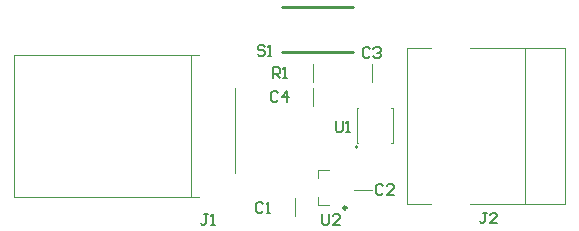
<source format=gto>
G04 Layer_Color=65535*
%FSLAX23Y23*%
%MOIN*%
G70*
G01*
G75*
%ADD17C,0.010*%
%ADD24C,0.004*%
%ADD25C,0.010*%
%ADD26C,0.005*%
D17*
X1537Y1695D02*
X1773D01*
X1537Y1845D02*
X1773D01*
D24*
X1789Y1380D02*
G03*
X1789Y1380I-5J0D01*
G01*
X1786Y1509D02*
X1790D01*
X1786Y1391D02*
X1790D01*
X1786D02*
Y1509D01*
X1905Y1391D02*
Y1509D01*
X1901Y1509D02*
X1905Y1509D01*
X1901Y1391D02*
X1905D01*
X1954Y1190D02*
Y1710D01*
X2033D01*
X1954Y1190D02*
X2033D01*
X2164Y1710D02*
X2479D01*
X2164Y1190D02*
X2479D01*
Y1710D01*
X2346Y1190D02*
Y1710D01*
X1835Y1595D02*
Y1655D01*
X1640Y1595D02*
Y1655D01*
X1232Y1214D02*
Y1686D01*
X644Y1214D02*
Y1686D01*
Y1214D02*
X1260D01*
X1378Y1293D02*
Y1575D01*
X644Y1686D02*
X1260D01*
X1578Y1149D02*
Y1208D01*
X1775Y1237D02*
X1835D01*
X1655Y1304D02*
X1693Y1304D01*
X1655Y1277D02*
Y1304D01*
Y1186D02*
Y1213D01*
Y1186D02*
X1693Y1186D01*
X1640Y1515D02*
Y1575D01*
D25*
X1751Y1176D02*
G03*
X1751Y1176I-5J0D01*
G01*
D26*
X1715Y1465D02*
Y1436D01*
X1721Y1430D01*
X1732D01*
X1738Y1436D01*
Y1465D01*
X1750Y1430D02*
X1762D01*
X1756D01*
Y1465D01*
X1750Y1459D01*
X1830Y1705D02*
X1824Y1711D01*
X1812D01*
X1806Y1705D01*
Y1682D01*
X1812Y1676D01*
X1824D01*
X1830Y1682D01*
X1841Y1705D02*
X1847Y1711D01*
X1859D01*
X1865Y1705D01*
Y1700D01*
X1859Y1694D01*
X1853D01*
X1859D01*
X1865Y1688D01*
Y1682D01*
X1859Y1676D01*
X1847D01*
X1841Y1682D01*
X1478Y1713D02*
X1472Y1719D01*
X1460D01*
X1455Y1713D01*
Y1707D01*
X1460Y1701D01*
X1472D01*
X1478Y1695D01*
Y1690D01*
X1472Y1684D01*
X1460D01*
X1455Y1690D01*
X1490Y1684D02*
X1501D01*
X1495D01*
Y1719D01*
X1490Y1713D01*
X1505Y1610D02*
Y1645D01*
X1522D01*
X1528Y1639D01*
Y1627D01*
X1522Y1622D01*
X1505D01*
X1517D02*
X1528Y1610D01*
X1540D02*
X1552D01*
X1546D01*
Y1645D01*
X1540Y1639D01*
X1670Y1155D02*
Y1126D01*
X1676Y1120D01*
X1687D01*
X1693Y1126D01*
Y1155D01*
X1728Y1120D02*
X1705D01*
X1728Y1143D01*
Y1149D01*
X1722Y1155D01*
X1711D01*
X1705Y1149D01*
X1873Y1249D02*
X1867Y1255D01*
X1856D01*
X1850Y1249D01*
Y1226D01*
X1856Y1220D01*
X1867D01*
X1873Y1226D01*
X1908Y1220D02*
X1885D01*
X1908Y1243D01*
Y1249D01*
X1902Y1255D01*
X1891D01*
X1885Y1249D01*
X1473Y1189D02*
X1467Y1195D01*
X1456D01*
X1450Y1189D01*
Y1166D01*
X1456Y1160D01*
X1467D01*
X1473Y1166D01*
X1485Y1160D02*
X1497D01*
X1491D01*
Y1195D01*
X1485Y1189D01*
X1288Y1155D02*
X1277D01*
X1282D01*
Y1126D01*
X1277Y1120D01*
X1271D01*
X1265Y1126D01*
X1300Y1120D02*
X1312D01*
X1306D01*
Y1155D01*
X1300Y1149D01*
X2218Y1160D02*
X2207D01*
X2212D01*
Y1131D01*
X2207Y1125D01*
X2201D01*
X2195Y1131D01*
X2253Y1125D02*
X2230D01*
X2253Y1148D01*
Y1154D01*
X2247Y1160D01*
X2236D01*
X2230Y1154D01*
X1523Y1559D02*
X1517Y1565D01*
X1506D01*
X1500Y1559D01*
Y1536D01*
X1506Y1530D01*
X1517D01*
X1523Y1536D01*
X1552Y1530D02*
Y1565D01*
X1535Y1547D01*
X1558D01*
M02*

</source>
